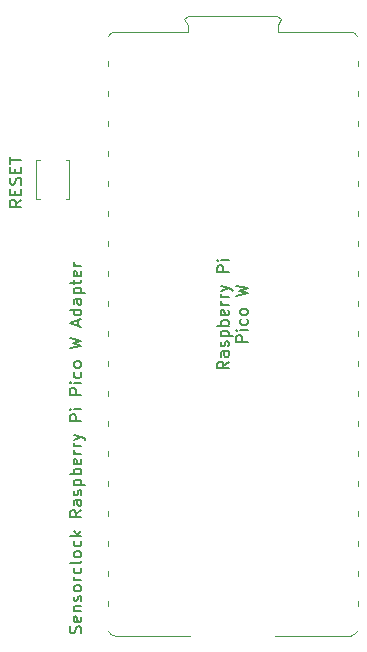
<source format=gbr>
%TF.GenerationSoftware,KiCad,Pcbnew,7.0.2*%
%TF.CreationDate,2023-04-28T15:55:32+02:00*%
%TF.ProjectId,picow_adapter,7069636f-775f-4616-9461-707465722e6b,rev?*%
%TF.SameCoordinates,Original*%
%TF.FileFunction,Legend,Top*%
%TF.FilePolarity,Positive*%
%FSLAX46Y46*%
G04 Gerber Fmt 4.6, Leading zero omitted, Abs format (unit mm)*
G04 Created by KiCad (PCBNEW 7.0.2) date 2023-04-28 15:55:32*
%MOMM*%
%LPD*%
G01*
G04 APERTURE LIST*
%ADD10C,0.150000*%
%ADD11C,0.120000*%
G04 APERTURE END LIST*
D10*
X50677619Y-55070476D02*
X50201428Y-55403809D01*
X50677619Y-55641904D02*
X49677619Y-55641904D01*
X49677619Y-55641904D02*
X49677619Y-55260952D01*
X49677619Y-55260952D02*
X49725238Y-55165714D01*
X49725238Y-55165714D02*
X49772857Y-55118095D01*
X49772857Y-55118095D02*
X49868095Y-55070476D01*
X49868095Y-55070476D02*
X50010952Y-55070476D01*
X50010952Y-55070476D02*
X50106190Y-55118095D01*
X50106190Y-55118095D02*
X50153809Y-55165714D01*
X50153809Y-55165714D02*
X50201428Y-55260952D01*
X50201428Y-55260952D02*
X50201428Y-55641904D01*
X50153809Y-54641904D02*
X50153809Y-54308571D01*
X50677619Y-54165714D02*
X50677619Y-54641904D01*
X50677619Y-54641904D02*
X49677619Y-54641904D01*
X49677619Y-54641904D02*
X49677619Y-54165714D01*
X50630000Y-53784761D02*
X50677619Y-53641904D01*
X50677619Y-53641904D02*
X50677619Y-53403809D01*
X50677619Y-53403809D02*
X50630000Y-53308571D01*
X50630000Y-53308571D02*
X50582380Y-53260952D01*
X50582380Y-53260952D02*
X50487142Y-53213333D01*
X50487142Y-53213333D02*
X50391904Y-53213333D01*
X50391904Y-53213333D02*
X50296666Y-53260952D01*
X50296666Y-53260952D02*
X50249047Y-53308571D01*
X50249047Y-53308571D02*
X50201428Y-53403809D01*
X50201428Y-53403809D02*
X50153809Y-53594285D01*
X50153809Y-53594285D02*
X50106190Y-53689523D01*
X50106190Y-53689523D02*
X50058571Y-53737142D01*
X50058571Y-53737142D02*
X49963333Y-53784761D01*
X49963333Y-53784761D02*
X49868095Y-53784761D01*
X49868095Y-53784761D02*
X49772857Y-53737142D01*
X49772857Y-53737142D02*
X49725238Y-53689523D01*
X49725238Y-53689523D02*
X49677619Y-53594285D01*
X49677619Y-53594285D02*
X49677619Y-53356190D01*
X49677619Y-53356190D02*
X49725238Y-53213333D01*
X50153809Y-52784761D02*
X50153809Y-52451428D01*
X50677619Y-52308571D02*
X50677619Y-52784761D01*
X50677619Y-52784761D02*
X49677619Y-52784761D01*
X49677619Y-52784761D02*
X49677619Y-52308571D01*
X49677619Y-52022856D02*
X49677619Y-51451428D01*
X50677619Y-51737142D02*
X49677619Y-51737142D01*
X68232619Y-68770000D02*
X67756428Y-69103333D01*
X68232619Y-69341428D02*
X67232619Y-69341428D01*
X67232619Y-69341428D02*
X67232619Y-68960476D01*
X67232619Y-68960476D02*
X67280238Y-68865238D01*
X67280238Y-68865238D02*
X67327857Y-68817619D01*
X67327857Y-68817619D02*
X67423095Y-68770000D01*
X67423095Y-68770000D02*
X67565952Y-68770000D01*
X67565952Y-68770000D02*
X67661190Y-68817619D01*
X67661190Y-68817619D02*
X67708809Y-68865238D01*
X67708809Y-68865238D02*
X67756428Y-68960476D01*
X67756428Y-68960476D02*
X67756428Y-69341428D01*
X68232619Y-67912857D02*
X67708809Y-67912857D01*
X67708809Y-67912857D02*
X67613571Y-67960476D01*
X67613571Y-67960476D02*
X67565952Y-68055714D01*
X67565952Y-68055714D02*
X67565952Y-68246190D01*
X67565952Y-68246190D02*
X67613571Y-68341428D01*
X68185000Y-67912857D02*
X68232619Y-68008095D01*
X68232619Y-68008095D02*
X68232619Y-68246190D01*
X68232619Y-68246190D02*
X68185000Y-68341428D01*
X68185000Y-68341428D02*
X68089761Y-68389047D01*
X68089761Y-68389047D02*
X67994523Y-68389047D01*
X67994523Y-68389047D02*
X67899285Y-68341428D01*
X67899285Y-68341428D02*
X67851666Y-68246190D01*
X67851666Y-68246190D02*
X67851666Y-68008095D01*
X67851666Y-68008095D02*
X67804047Y-67912857D01*
X68185000Y-67484285D02*
X68232619Y-67389047D01*
X68232619Y-67389047D02*
X68232619Y-67198571D01*
X68232619Y-67198571D02*
X68185000Y-67103333D01*
X68185000Y-67103333D02*
X68089761Y-67055714D01*
X68089761Y-67055714D02*
X68042142Y-67055714D01*
X68042142Y-67055714D02*
X67946904Y-67103333D01*
X67946904Y-67103333D02*
X67899285Y-67198571D01*
X67899285Y-67198571D02*
X67899285Y-67341428D01*
X67899285Y-67341428D02*
X67851666Y-67436666D01*
X67851666Y-67436666D02*
X67756428Y-67484285D01*
X67756428Y-67484285D02*
X67708809Y-67484285D01*
X67708809Y-67484285D02*
X67613571Y-67436666D01*
X67613571Y-67436666D02*
X67565952Y-67341428D01*
X67565952Y-67341428D02*
X67565952Y-67198571D01*
X67565952Y-67198571D02*
X67613571Y-67103333D01*
X67565952Y-66627142D02*
X68565952Y-66627142D01*
X67613571Y-66627142D02*
X67565952Y-66531904D01*
X67565952Y-66531904D02*
X67565952Y-66341428D01*
X67565952Y-66341428D02*
X67613571Y-66246190D01*
X67613571Y-66246190D02*
X67661190Y-66198571D01*
X67661190Y-66198571D02*
X67756428Y-66150952D01*
X67756428Y-66150952D02*
X68042142Y-66150952D01*
X68042142Y-66150952D02*
X68137380Y-66198571D01*
X68137380Y-66198571D02*
X68185000Y-66246190D01*
X68185000Y-66246190D02*
X68232619Y-66341428D01*
X68232619Y-66341428D02*
X68232619Y-66531904D01*
X68232619Y-66531904D02*
X68185000Y-66627142D01*
X68232619Y-65722380D02*
X67232619Y-65722380D01*
X67613571Y-65722380D02*
X67565952Y-65627142D01*
X67565952Y-65627142D02*
X67565952Y-65436666D01*
X67565952Y-65436666D02*
X67613571Y-65341428D01*
X67613571Y-65341428D02*
X67661190Y-65293809D01*
X67661190Y-65293809D02*
X67756428Y-65246190D01*
X67756428Y-65246190D02*
X68042142Y-65246190D01*
X68042142Y-65246190D02*
X68137380Y-65293809D01*
X68137380Y-65293809D02*
X68185000Y-65341428D01*
X68185000Y-65341428D02*
X68232619Y-65436666D01*
X68232619Y-65436666D02*
X68232619Y-65627142D01*
X68232619Y-65627142D02*
X68185000Y-65722380D01*
X68185000Y-64436666D02*
X68232619Y-64531904D01*
X68232619Y-64531904D02*
X68232619Y-64722380D01*
X68232619Y-64722380D02*
X68185000Y-64817618D01*
X68185000Y-64817618D02*
X68089761Y-64865237D01*
X68089761Y-64865237D02*
X67708809Y-64865237D01*
X67708809Y-64865237D02*
X67613571Y-64817618D01*
X67613571Y-64817618D02*
X67565952Y-64722380D01*
X67565952Y-64722380D02*
X67565952Y-64531904D01*
X67565952Y-64531904D02*
X67613571Y-64436666D01*
X67613571Y-64436666D02*
X67708809Y-64389047D01*
X67708809Y-64389047D02*
X67804047Y-64389047D01*
X67804047Y-64389047D02*
X67899285Y-64865237D01*
X68232619Y-63960475D02*
X67565952Y-63960475D01*
X67756428Y-63960475D02*
X67661190Y-63912856D01*
X67661190Y-63912856D02*
X67613571Y-63865237D01*
X67613571Y-63865237D02*
X67565952Y-63769999D01*
X67565952Y-63769999D02*
X67565952Y-63674761D01*
X68232619Y-63341427D02*
X67565952Y-63341427D01*
X67756428Y-63341427D02*
X67661190Y-63293808D01*
X67661190Y-63293808D02*
X67613571Y-63246189D01*
X67613571Y-63246189D02*
X67565952Y-63150951D01*
X67565952Y-63150951D02*
X67565952Y-63055713D01*
X67565952Y-62817617D02*
X68232619Y-62579522D01*
X67565952Y-62341427D02*
X68232619Y-62579522D01*
X68232619Y-62579522D02*
X68470714Y-62674760D01*
X68470714Y-62674760D02*
X68518333Y-62722379D01*
X68518333Y-62722379D02*
X68565952Y-62817617D01*
X68232619Y-61198569D02*
X67232619Y-61198569D01*
X67232619Y-61198569D02*
X67232619Y-60817617D01*
X67232619Y-60817617D02*
X67280238Y-60722379D01*
X67280238Y-60722379D02*
X67327857Y-60674760D01*
X67327857Y-60674760D02*
X67423095Y-60627141D01*
X67423095Y-60627141D02*
X67565952Y-60627141D01*
X67565952Y-60627141D02*
X67661190Y-60674760D01*
X67661190Y-60674760D02*
X67708809Y-60722379D01*
X67708809Y-60722379D02*
X67756428Y-60817617D01*
X67756428Y-60817617D02*
X67756428Y-61198569D01*
X68232619Y-60198569D02*
X67565952Y-60198569D01*
X67232619Y-60198569D02*
X67280238Y-60246188D01*
X67280238Y-60246188D02*
X67327857Y-60198569D01*
X67327857Y-60198569D02*
X67280238Y-60150950D01*
X67280238Y-60150950D02*
X67232619Y-60198569D01*
X67232619Y-60198569D02*
X67327857Y-60198569D01*
X69852619Y-67103332D02*
X68852619Y-67103332D01*
X68852619Y-67103332D02*
X68852619Y-66722380D01*
X68852619Y-66722380D02*
X68900238Y-66627142D01*
X68900238Y-66627142D02*
X68947857Y-66579523D01*
X68947857Y-66579523D02*
X69043095Y-66531904D01*
X69043095Y-66531904D02*
X69185952Y-66531904D01*
X69185952Y-66531904D02*
X69281190Y-66579523D01*
X69281190Y-66579523D02*
X69328809Y-66627142D01*
X69328809Y-66627142D02*
X69376428Y-66722380D01*
X69376428Y-66722380D02*
X69376428Y-67103332D01*
X69852619Y-66103332D02*
X69185952Y-66103332D01*
X68852619Y-66103332D02*
X68900238Y-66150951D01*
X68900238Y-66150951D02*
X68947857Y-66103332D01*
X68947857Y-66103332D02*
X68900238Y-66055713D01*
X68900238Y-66055713D02*
X68852619Y-66103332D01*
X68852619Y-66103332D02*
X68947857Y-66103332D01*
X69805000Y-65198571D02*
X69852619Y-65293809D01*
X69852619Y-65293809D02*
X69852619Y-65484285D01*
X69852619Y-65484285D02*
X69805000Y-65579523D01*
X69805000Y-65579523D02*
X69757380Y-65627142D01*
X69757380Y-65627142D02*
X69662142Y-65674761D01*
X69662142Y-65674761D02*
X69376428Y-65674761D01*
X69376428Y-65674761D02*
X69281190Y-65627142D01*
X69281190Y-65627142D02*
X69233571Y-65579523D01*
X69233571Y-65579523D02*
X69185952Y-65484285D01*
X69185952Y-65484285D02*
X69185952Y-65293809D01*
X69185952Y-65293809D02*
X69233571Y-65198571D01*
X69852619Y-64627142D02*
X69805000Y-64722380D01*
X69805000Y-64722380D02*
X69757380Y-64769999D01*
X69757380Y-64769999D02*
X69662142Y-64817618D01*
X69662142Y-64817618D02*
X69376428Y-64817618D01*
X69376428Y-64817618D02*
X69281190Y-64769999D01*
X69281190Y-64769999D02*
X69233571Y-64722380D01*
X69233571Y-64722380D02*
X69185952Y-64627142D01*
X69185952Y-64627142D02*
X69185952Y-64484285D01*
X69185952Y-64484285D02*
X69233571Y-64389047D01*
X69233571Y-64389047D02*
X69281190Y-64341428D01*
X69281190Y-64341428D02*
X69376428Y-64293809D01*
X69376428Y-64293809D02*
X69662142Y-64293809D01*
X69662142Y-64293809D02*
X69757380Y-64341428D01*
X69757380Y-64341428D02*
X69805000Y-64389047D01*
X69805000Y-64389047D02*
X69852619Y-64484285D01*
X69852619Y-64484285D02*
X69852619Y-64627142D01*
X68852619Y-63198570D02*
X69852619Y-62960475D01*
X69852619Y-62960475D02*
X69138333Y-62769999D01*
X69138333Y-62769999D02*
X69852619Y-62579523D01*
X69852619Y-62579523D02*
X68852619Y-62341428D01*
X55710000Y-91757523D02*
X55757619Y-91614666D01*
X55757619Y-91614666D02*
X55757619Y-91376571D01*
X55757619Y-91376571D02*
X55710000Y-91281333D01*
X55710000Y-91281333D02*
X55662380Y-91233714D01*
X55662380Y-91233714D02*
X55567142Y-91186095D01*
X55567142Y-91186095D02*
X55471904Y-91186095D01*
X55471904Y-91186095D02*
X55376666Y-91233714D01*
X55376666Y-91233714D02*
X55329047Y-91281333D01*
X55329047Y-91281333D02*
X55281428Y-91376571D01*
X55281428Y-91376571D02*
X55233809Y-91567047D01*
X55233809Y-91567047D02*
X55186190Y-91662285D01*
X55186190Y-91662285D02*
X55138571Y-91709904D01*
X55138571Y-91709904D02*
X55043333Y-91757523D01*
X55043333Y-91757523D02*
X54948095Y-91757523D01*
X54948095Y-91757523D02*
X54852857Y-91709904D01*
X54852857Y-91709904D02*
X54805238Y-91662285D01*
X54805238Y-91662285D02*
X54757619Y-91567047D01*
X54757619Y-91567047D02*
X54757619Y-91328952D01*
X54757619Y-91328952D02*
X54805238Y-91186095D01*
X55710000Y-90376571D02*
X55757619Y-90471809D01*
X55757619Y-90471809D02*
X55757619Y-90662285D01*
X55757619Y-90662285D02*
X55710000Y-90757523D01*
X55710000Y-90757523D02*
X55614761Y-90805142D01*
X55614761Y-90805142D02*
X55233809Y-90805142D01*
X55233809Y-90805142D02*
X55138571Y-90757523D01*
X55138571Y-90757523D02*
X55090952Y-90662285D01*
X55090952Y-90662285D02*
X55090952Y-90471809D01*
X55090952Y-90471809D02*
X55138571Y-90376571D01*
X55138571Y-90376571D02*
X55233809Y-90328952D01*
X55233809Y-90328952D02*
X55329047Y-90328952D01*
X55329047Y-90328952D02*
X55424285Y-90805142D01*
X55090952Y-89900380D02*
X55757619Y-89900380D01*
X55186190Y-89900380D02*
X55138571Y-89852761D01*
X55138571Y-89852761D02*
X55090952Y-89757523D01*
X55090952Y-89757523D02*
X55090952Y-89614666D01*
X55090952Y-89614666D02*
X55138571Y-89519428D01*
X55138571Y-89519428D02*
X55233809Y-89471809D01*
X55233809Y-89471809D02*
X55757619Y-89471809D01*
X55710000Y-89043237D02*
X55757619Y-88947999D01*
X55757619Y-88947999D02*
X55757619Y-88757523D01*
X55757619Y-88757523D02*
X55710000Y-88662285D01*
X55710000Y-88662285D02*
X55614761Y-88614666D01*
X55614761Y-88614666D02*
X55567142Y-88614666D01*
X55567142Y-88614666D02*
X55471904Y-88662285D01*
X55471904Y-88662285D02*
X55424285Y-88757523D01*
X55424285Y-88757523D02*
X55424285Y-88900380D01*
X55424285Y-88900380D02*
X55376666Y-88995618D01*
X55376666Y-88995618D02*
X55281428Y-89043237D01*
X55281428Y-89043237D02*
X55233809Y-89043237D01*
X55233809Y-89043237D02*
X55138571Y-88995618D01*
X55138571Y-88995618D02*
X55090952Y-88900380D01*
X55090952Y-88900380D02*
X55090952Y-88757523D01*
X55090952Y-88757523D02*
X55138571Y-88662285D01*
X55757619Y-88043237D02*
X55710000Y-88138475D01*
X55710000Y-88138475D02*
X55662380Y-88186094D01*
X55662380Y-88186094D02*
X55567142Y-88233713D01*
X55567142Y-88233713D02*
X55281428Y-88233713D01*
X55281428Y-88233713D02*
X55186190Y-88186094D01*
X55186190Y-88186094D02*
X55138571Y-88138475D01*
X55138571Y-88138475D02*
X55090952Y-88043237D01*
X55090952Y-88043237D02*
X55090952Y-87900380D01*
X55090952Y-87900380D02*
X55138571Y-87805142D01*
X55138571Y-87805142D02*
X55186190Y-87757523D01*
X55186190Y-87757523D02*
X55281428Y-87709904D01*
X55281428Y-87709904D02*
X55567142Y-87709904D01*
X55567142Y-87709904D02*
X55662380Y-87757523D01*
X55662380Y-87757523D02*
X55710000Y-87805142D01*
X55710000Y-87805142D02*
X55757619Y-87900380D01*
X55757619Y-87900380D02*
X55757619Y-88043237D01*
X55757619Y-87281332D02*
X55090952Y-87281332D01*
X55281428Y-87281332D02*
X55186190Y-87233713D01*
X55186190Y-87233713D02*
X55138571Y-87186094D01*
X55138571Y-87186094D02*
X55090952Y-87090856D01*
X55090952Y-87090856D02*
X55090952Y-86995618D01*
X55710000Y-86233713D02*
X55757619Y-86328951D01*
X55757619Y-86328951D02*
X55757619Y-86519427D01*
X55757619Y-86519427D02*
X55710000Y-86614665D01*
X55710000Y-86614665D02*
X55662380Y-86662284D01*
X55662380Y-86662284D02*
X55567142Y-86709903D01*
X55567142Y-86709903D02*
X55281428Y-86709903D01*
X55281428Y-86709903D02*
X55186190Y-86662284D01*
X55186190Y-86662284D02*
X55138571Y-86614665D01*
X55138571Y-86614665D02*
X55090952Y-86519427D01*
X55090952Y-86519427D02*
X55090952Y-86328951D01*
X55090952Y-86328951D02*
X55138571Y-86233713D01*
X55757619Y-85662284D02*
X55710000Y-85757522D01*
X55710000Y-85757522D02*
X55614761Y-85805141D01*
X55614761Y-85805141D02*
X54757619Y-85805141D01*
X55757619Y-85138474D02*
X55710000Y-85233712D01*
X55710000Y-85233712D02*
X55662380Y-85281331D01*
X55662380Y-85281331D02*
X55567142Y-85328950D01*
X55567142Y-85328950D02*
X55281428Y-85328950D01*
X55281428Y-85328950D02*
X55186190Y-85281331D01*
X55186190Y-85281331D02*
X55138571Y-85233712D01*
X55138571Y-85233712D02*
X55090952Y-85138474D01*
X55090952Y-85138474D02*
X55090952Y-84995617D01*
X55090952Y-84995617D02*
X55138571Y-84900379D01*
X55138571Y-84900379D02*
X55186190Y-84852760D01*
X55186190Y-84852760D02*
X55281428Y-84805141D01*
X55281428Y-84805141D02*
X55567142Y-84805141D01*
X55567142Y-84805141D02*
X55662380Y-84852760D01*
X55662380Y-84852760D02*
X55710000Y-84900379D01*
X55710000Y-84900379D02*
X55757619Y-84995617D01*
X55757619Y-84995617D02*
X55757619Y-85138474D01*
X55710000Y-83947998D02*
X55757619Y-84043236D01*
X55757619Y-84043236D02*
X55757619Y-84233712D01*
X55757619Y-84233712D02*
X55710000Y-84328950D01*
X55710000Y-84328950D02*
X55662380Y-84376569D01*
X55662380Y-84376569D02*
X55567142Y-84424188D01*
X55567142Y-84424188D02*
X55281428Y-84424188D01*
X55281428Y-84424188D02*
X55186190Y-84376569D01*
X55186190Y-84376569D02*
X55138571Y-84328950D01*
X55138571Y-84328950D02*
X55090952Y-84233712D01*
X55090952Y-84233712D02*
X55090952Y-84043236D01*
X55090952Y-84043236D02*
X55138571Y-83947998D01*
X55757619Y-83519426D02*
X54757619Y-83519426D01*
X55376666Y-83424188D02*
X55757619Y-83138474D01*
X55090952Y-83138474D02*
X55471904Y-83519426D01*
X55757619Y-81376569D02*
X55281428Y-81709902D01*
X55757619Y-81947997D02*
X54757619Y-81947997D01*
X54757619Y-81947997D02*
X54757619Y-81567045D01*
X54757619Y-81567045D02*
X54805238Y-81471807D01*
X54805238Y-81471807D02*
X54852857Y-81424188D01*
X54852857Y-81424188D02*
X54948095Y-81376569D01*
X54948095Y-81376569D02*
X55090952Y-81376569D01*
X55090952Y-81376569D02*
X55186190Y-81424188D01*
X55186190Y-81424188D02*
X55233809Y-81471807D01*
X55233809Y-81471807D02*
X55281428Y-81567045D01*
X55281428Y-81567045D02*
X55281428Y-81947997D01*
X55757619Y-80519426D02*
X55233809Y-80519426D01*
X55233809Y-80519426D02*
X55138571Y-80567045D01*
X55138571Y-80567045D02*
X55090952Y-80662283D01*
X55090952Y-80662283D02*
X55090952Y-80852759D01*
X55090952Y-80852759D02*
X55138571Y-80947997D01*
X55710000Y-80519426D02*
X55757619Y-80614664D01*
X55757619Y-80614664D02*
X55757619Y-80852759D01*
X55757619Y-80852759D02*
X55710000Y-80947997D01*
X55710000Y-80947997D02*
X55614761Y-80995616D01*
X55614761Y-80995616D02*
X55519523Y-80995616D01*
X55519523Y-80995616D02*
X55424285Y-80947997D01*
X55424285Y-80947997D02*
X55376666Y-80852759D01*
X55376666Y-80852759D02*
X55376666Y-80614664D01*
X55376666Y-80614664D02*
X55329047Y-80519426D01*
X55710000Y-80090854D02*
X55757619Y-79995616D01*
X55757619Y-79995616D02*
X55757619Y-79805140D01*
X55757619Y-79805140D02*
X55710000Y-79709902D01*
X55710000Y-79709902D02*
X55614761Y-79662283D01*
X55614761Y-79662283D02*
X55567142Y-79662283D01*
X55567142Y-79662283D02*
X55471904Y-79709902D01*
X55471904Y-79709902D02*
X55424285Y-79805140D01*
X55424285Y-79805140D02*
X55424285Y-79947997D01*
X55424285Y-79947997D02*
X55376666Y-80043235D01*
X55376666Y-80043235D02*
X55281428Y-80090854D01*
X55281428Y-80090854D02*
X55233809Y-80090854D01*
X55233809Y-80090854D02*
X55138571Y-80043235D01*
X55138571Y-80043235D02*
X55090952Y-79947997D01*
X55090952Y-79947997D02*
X55090952Y-79805140D01*
X55090952Y-79805140D02*
X55138571Y-79709902D01*
X55090952Y-79233711D02*
X56090952Y-79233711D01*
X55138571Y-79233711D02*
X55090952Y-79138473D01*
X55090952Y-79138473D02*
X55090952Y-78947997D01*
X55090952Y-78947997D02*
X55138571Y-78852759D01*
X55138571Y-78852759D02*
X55186190Y-78805140D01*
X55186190Y-78805140D02*
X55281428Y-78757521D01*
X55281428Y-78757521D02*
X55567142Y-78757521D01*
X55567142Y-78757521D02*
X55662380Y-78805140D01*
X55662380Y-78805140D02*
X55710000Y-78852759D01*
X55710000Y-78852759D02*
X55757619Y-78947997D01*
X55757619Y-78947997D02*
X55757619Y-79138473D01*
X55757619Y-79138473D02*
X55710000Y-79233711D01*
X55757619Y-78328949D02*
X54757619Y-78328949D01*
X55138571Y-78328949D02*
X55090952Y-78233711D01*
X55090952Y-78233711D02*
X55090952Y-78043235D01*
X55090952Y-78043235D02*
X55138571Y-77947997D01*
X55138571Y-77947997D02*
X55186190Y-77900378D01*
X55186190Y-77900378D02*
X55281428Y-77852759D01*
X55281428Y-77852759D02*
X55567142Y-77852759D01*
X55567142Y-77852759D02*
X55662380Y-77900378D01*
X55662380Y-77900378D02*
X55710000Y-77947997D01*
X55710000Y-77947997D02*
X55757619Y-78043235D01*
X55757619Y-78043235D02*
X55757619Y-78233711D01*
X55757619Y-78233711D02*
X55710000Y-78328949D01*
X55710000Y-77043235D02*
X55757619Y-77138473D01*
X55757619Y-77138473D02*
X55757619Y-77328949D01*
X55757619Y-77328949D02*
X55710000Y-77424187D01*
X55710000Y-77424187D02*
X55614761Y-77471806D01*
X55614761Y-77471806D02*
X55233809Y-77471806D01*
X55233809Y-77471806D02*
X55138571Y-77424187D01*
X55138571Y-77424187D02*
X55090952Y-77328949D01*
X55090952Y-77328949D02*
X55090952Y-77138473D01*
X55090952Y-77138473D02*
X55138571Y-77043235D01*
X55138571Y-77043235D02*
X55233809Y-76995616D01*
X55233809Y-76995616D02*
X55329047Y-76995616D01*
X55329047Y-76995616D02*
X55424285Y-77471806D01*
X55757619Y-76567044D02*
X55090952Y-76567044D01*
X55281428Y-76567044D02*
X55186190Y-76519425D01*
X55186190Y-76519425D02*
X55138571Y-76471806D01*
X55138571Y-76471806D02*
X55090952Y-76376568D01*
X55090952Y-76376568D02*
X55090952Y-76281330D01*
X55757619Y-75947996D02*
X55090952Y-75947996D01*
X55281428Y-75947996D02*
X55186190Y-75900377D01*
X55186190Y-75900377D02*
X55138571Y-75852758D01*
X55138571Y-75852758D02*
X55090952Y-75757520D01*
X55090952Y-75757520D02*
X55090952Y-75662282D01*
X55090952Y-75424186D02*
X55757619Y-75186091D01*
X55090952Y-74947996D02*
X55757619Y-75186091D01*
X55757619Y-75186091D02*
X55995714Y-75281329D01*
X55995714Y-75281329D02*
X56043333Y-75328948D01*
X56043333Y-75328948D02*
X56090952Y-75424186D01*
X55757619Y-73805138D02*
X54757619Y-73805138D01*
X54757619Y-73805138D02*
X54757619Y-73424186D01*
X54757619Y-73424186D02*
X54805238Y-73328948D01*
X54805238Y-73328948D02*
X54852857Y-73281329D01*
X54852857Y-73281329D02*
X54948095Y-73233710D01*
X54948095Y-73233710D02*
X55090952Y-73233710D01*
X55090952Y-73233710D02*
X55186190Y-73281329D01*
X55186190Y-73281329D02*
X55233809Y-73328948D01*
X55233809Y-73328948D02*
X55281428Y-73424186D01*
X55281428Y-73424186D02*
X55281428Y-73805138D01*
X55757619Y-72805138D02*
X55090952Y-72805138D01*
X54757619Y-72805138D02*
X54805238Y-72852757D01*
X54805238Y-72852757D02*
X54852857Y-72805138D01*
X54852857Y-72805138D02*
X54805238Y-72757519D01*
X54805238Y-72757519D02*
X54757619Y-72805138D01*
X54757619Y-72805138D02*
X54852857Y-72805138D01*
X55757619Y-71567043D02*
X54757619Y-71567043D01*
X54757619Y-71567043D02*
X54757619Y-71186091D01*
X54757619Y-71186091D02*
X54805238Y-71090853D01*
X54805238Y-71090853D02*
X54852857Y-71043234D01*
X54852857Y-71043234D02*
X54948095Y-70995615D01*
X54948095Y-70995615D02*
X55090952Y-70995615D01*
X55090952Y-70995615D02*
X55186190Y-71043234D01*
X55186190Y-71043234D02*
X55233809Y-71090853D01*
X55233809Y-71090853D02*
X55281428Y-71186091D01*
X55281428Y-71186091D02*
X55281428Y-71567043D01*
X55757619Y-70567043D02*
X55090952Y-70567043D01*
X54757619Y-70567043D02*
X54805238Y-70614662D01*
X54805238Y-70614662D02*
X54852857Y-70567043D01*
X54852857Y-70567043D02*
X54805238Y-70519424D01*
X54805238Y-70519424D02*
X54757619Y-70567043D01*
X54757619Y-70567043D02*
X54852857Y-70567043D01*
X55710000Y-69662282D02*
X55757619Y-69757520D01*
X55757619Y-69757520D02*
X55757619Y-69947996D01*
X55757619Y-69947996D02*
X55710000Y-70043234D01*
X55710000Y-70043234D02*
X55662380Y-70090853D01*
X55662380Y-70090853D02*
X55567142Y-70138472D01*
X55567142Y-70138472D02*
X55281428Y-70138472D01*
X55281428Y-70138472D02*
X55186190Y-70090853D01*
X55186190Y-70090853D02*
X55138571Y-70043234D01*
X55138571Y-70043234D02*
X55090952Y-69947996D01*
X55090952Y-69947996D02*
X55090952Y-69757520D01*
X55090952Y-69757520D02*
X55138571Y-69662282D01*
X55757619Y-69090853D02*
X55710000Y-69186091D01*
X55710000Y-69186091D02*
X55662380Y-69233710D01*
X55662380Y-69233710D02*
X55567142Y-69281329D01*
X55567142Y-69281329D02*
X55281428Y-69281329D01*
X55281428Y-69281329D02*
X55186190Y-69233710D01*
X55186190Y-69233710D02*
X55138571Y-69186091D01*
X55138571Y-69186091D02*
X55090952Y-69090853D01*
X55090952Y-69090853D02*
X55090952Y-68947996D01*
X55090952Y-68947996D02*
X55138571Y-68852758D01*
X55138571Y-68852758D02*
X55186190Y-68805139D01*
X55186190Y-68805139D02*
X55281428Y-68757520D01*
X55281428Y-68757520D02*
X55567142Y-68757520D01*
X55567142Y-68757520D02*
X55662380Y-68805139D01*
X55662380Y-68805139D02*
X55710000Y-68852758D01*
X55710000Y-68852758D02*
X55757619Y-68947996D01*
X55757619Y-68947996D02*
X55757619Y-69090853D01*
X54757619Y-67662281D02*
X55757619Y-67424186D01*
X55757619Y-67424186D02*
X55043333Y-67233710D01*
X55043333Y-67233710D02*
X55757619Y-67043234D01*
X55757619Y-67043234D02*
X54757619Y-66805139D01*
X55471904Y-65709900D02*
X55471904Y-65233710D01*
X55757619Y-65805138D02*
X54757619Y-65471805D01*
X54757619Y-65471805D02*
X55757619Y-65138472D01*
X55757619Y-64376567D02*
X54757619Y-64376567D01*
X55710000Y-64376567D02*
X55757619Y-64471805D01*
X55757619Y-64471805D02*
X55757619Y-64662281D01*
X55757619Y-64662281D02*
X55710000Y-64757519D01*
X55710000Y-64757519D02*
X55662380Y-64805138D01*
X55662380Y-64805138D02*
X55567142Y-64852757D01*
X55567142Y-64852757D02*
X55281428Y-64852757D01*
X55281428Y-64852757D02*
X55186190Y-64805138D01*
X55186190Y-64805138D02*
X55138571Y-64757519D01*
X55138571Y-64757519D02*
X55090952Y-64662281D01*
X55090952Y-64662281D02*
X55090952Y-64471805D01*
X55090952Y-64471805D02*
X55138571Y-64376567D01*
X55757619Y-63471805D02*
X55233809Y-63471805D01*
X55233809Y-63471805D02*
X55138571Y-63519424D01*
X55138571Y-63519424D02*
X55090952Y-63614662D01*
X55090952Y-63614662D02*
X55090952Y-63805138D01*
X55090952Y-63805138D02*
X55138571Y-63900376D01*
X55710000Y-63471805D02*
X55757619Y-63567043D01*
X55757619Y-63567043D02*
X55757619Y-63805138D01*
X55757619Y-63805138D02*
X55710000Y-63900376D01*
X55710000Y-63900376D02*
X55614761Y-63947995D01*
X55614761Y-63947995D02*
X55519523Y-63947995D01*
X55519523Y-63947995D02*
X55424285Y-63900376D01*
X55424285Y-63900376D02*
X55376666Y-63805138D01*
X55376666Y-63805138D02*
X55376666Y-63567043D01*
X55376666Y-63567043D02*
X55329047Y-63471805D01*
X55090952Y-62995614D02*
X56090952Y-62995614D01*
X55138571Y-62995614D02*
X55090952Y-62900376D01*
X55090952Y-62900376D02*
X55090952Y-62709900D01*
X55090952Y-62709900D02*
X55138571Y-62614662D01*
X55138571Y-62614662D02*
X55186190Y-62567043D01*
X55186190Y-62567043D02*
X55281428Y-62519424D01*
X55281428Y-62519424D02*
X55567142Y-62519424D01*
X55567142Y-62519424D02*
X55662380Y-62567043D01*
X55662380Y-62567043D02*
X55710000Y-62614662D01*
X55710000Y-62614662D02*
X55757619Y-62709900D01*
X55757619Y-62709900D02*
X55757619Y-62900376D01*
X55757619Y-62900376D02*
X55710000Y-62995614D01*
X55090952Y-62233709D02*
X55090952Y-61852757D01*
X54757619Y-62090852D02*
X55614761Y-62090852D01*
X55614761Y-62090852D02*
X55710000Y-62043233D01*
X55710000Y-62043233D02*
X55757619Y-61947995D01*
X55757619Y-61947995D02*
X55757619Y-61852757D01*
X55710000Y-61138471D02*
X55757619Y-61233709D01*
X55757619Y-61233709D02*
X55757619Y-61424185D01*
X55757619Y-61424185D02*
X55710000Y-61519423D01*
X55710000Y-61519423D02*
X55614761Y-61567042D01*
X55614761Y-61567042D02*
X55233809Y-61567042D01*
X55233809Y-61567042D02*
X55138571Y-61519423D01*
X55138571Y-61519423D02*
X55090952Y-61424185D01*
X55090952Y-61424185D02*
X55090952Y-61233709D01*
X55090952Y-61233709D02*
X55138571Y-61138471D01*
X55138571Y-61138471D02*
X55233809Y-61090852D01*
X55233809Y-61090852D02*
X55329047Y-61090852D01*
X55329047Y-61090852D02*
X55424285Y-61567042D01*
X55757619Y-60662280D02*
X55090952Y-60662280D01*
X55281428Y-60662280D02*
X55186190Y-60614661D01*
X55186190Y-60614661D02*
X55138571Y-60567042D01*
X55138571Y-60567042D02*
X55090952Y-60471804D01*
X55090952Y-60471804D02*
X55090952Y-60376566D01*
D11*
%TO.C,A1*%
X58020000Y-43355000D02*
X58020000Y-43775000D01*
X58020000Y-45895000D02*
X58020000Y-46315000D01*
X58020000Y-48435000D02*
X58020000Y-48855000D01*
X58020000Y-50975000D02*
X58020000Y-51395000D01*
X58020000Y-53515000D02*
X58020000Y-53935000D01*
X58020000Y-56055000D02*
X58020000Y-56475000D01*
X58020000Y-58595000D02*
X58020000Y-59015000D01*
X58020000Y-61135000D02*
X58020000Y-61555000D01*
X58020000Y-63675000D02*
X58020000Y-64095000D01*
X58020000Y-66215000D02*
X58020000Y-66635000D01*
X58020000Y-68755000D02*
X58020000Y-69175000D01*
X58020000Y-71295000D02*
X58020000Y-71715000D01*
X58020000Y-73835000D02*
X58020000Y-74255000D01*
X58020000Y-76375000D02*
X58020000Y-76795000D01*
X58020000Y-78915000D02*
X58020000Y-79335000D01*
X58020000Y-81455000D02*
X58020000Y-81875000D01*
X58020000Y-83995000D02*
X58020000Y-84415000D01*
X58020000Y-86535000D02*
X58020000Y-86955000D01*
X58020000Y-89075000D02*
X58020000Y-89495000D01*
X58580000Y-40865000D02*
X64770000Y-40865000D01*
X58580000Y-91985000D02*
X64980000Y-91985000D01*
X64480000Y-39735000D02*
X64810000Y-39545000D01*
X64770000Y-40235000D02*
X64480000Y-39735000D01*
X64770000Y-40865000D02*
X58580000Y-40865000D01*
X64770000Y-40865000D02*
X64770000Y-40235000D01*
X64810000Y-39545000D02*
X72350000Y-39545000D01*
X72180000Y-91985000D02*
X78580000Y-91985000D01*
X72350000Y-39545000D02*
X72680000Y-39735000D01*
X72390000Y-40235000D02*
X72390000Y-40865000D01*
X72680000Y-39735000D02*
X72390000Y-40235000D01*
X78580000Y-40865000D02*
X72390000Y-40865000D01*
X79140000Y-43355000D02*
X79140000Y-43775000D01*
X79140000Y-45895000D02*
X79140000Y-46315000D01*
X79140000Y-48435000D02*
X79140000Y-48855000D01*
X79140000Y-50975000D02*
X79140000Y-51395000D01*
X79140000Y-53515000D02*
X79140000Y-53935000D01*
X79140000Y-56055000D02*
X79140000Y-56475000D01*
X79140000Y-58595000D02*
X79140000Y-59015000D01*
X79140000Y-61135000D02*
X79140000Y-61555000D01*
X79140000Y-63675000D02*
X79140000Y-64095000D01*
X79140000Y-66215000D02*
X79140000Y-66635000D01*
X79140000Y-68755000D02*
X79140000Y-69175000D01*
X79140000Y-71295000D02*
X79140000Y-71715000D01*
X79140000Y-73835000D02*
X79140000Y-74255000D01*
X79140000Y-76375000D02*
X79140000Y-76795000D01*
X79140000Y-78915000D02*
X79140000Y-79335000D01*
X79140000Y-81455000D02*
X79140000Y-81875000D01*
X79140000Y-83995000D02*
X79140000Y-84415000D01*
X79140000Y-86535000D02*
X79140000Y-86955000D01*
X79140000Y-89075000D02*
X79140000Y-89495000D01*
X58580000Y-40865001D02*
G75*
G03*
X58050001Y-41235000I-1771J-562057D01*
G01*
X58050001Y-91615000D02*
G75*
G03*
X58580000Y-91984999I528226J192055D01*
G01*
X79109963Y-41235014D02*
G75*
G03*
X78580000Y-40865001I-528263J-192086D01*
G01*
X78580000Y-91985067D02*
G75*
G03*
X79109999Y-91615000I1600J562267D01*
G01*
%TO.C,SW1*%
X51940000Y-54990000D02*
X51940000Y-51690000D01*
X52240000Y-54990000D02*
X51940000Y-54990000D01*
X54440000Y-54990000D02*
X54740000Y-54990000D01*
X54740000Y-54990000D02*
X54740000Y-51690000D01*
X51940000Y-51690000D02*
X52240000Y-51690000D01*
X54740000Y-51690000D02*
X54440000Y-51690000D01*
%TD*%
M02*

</source>
